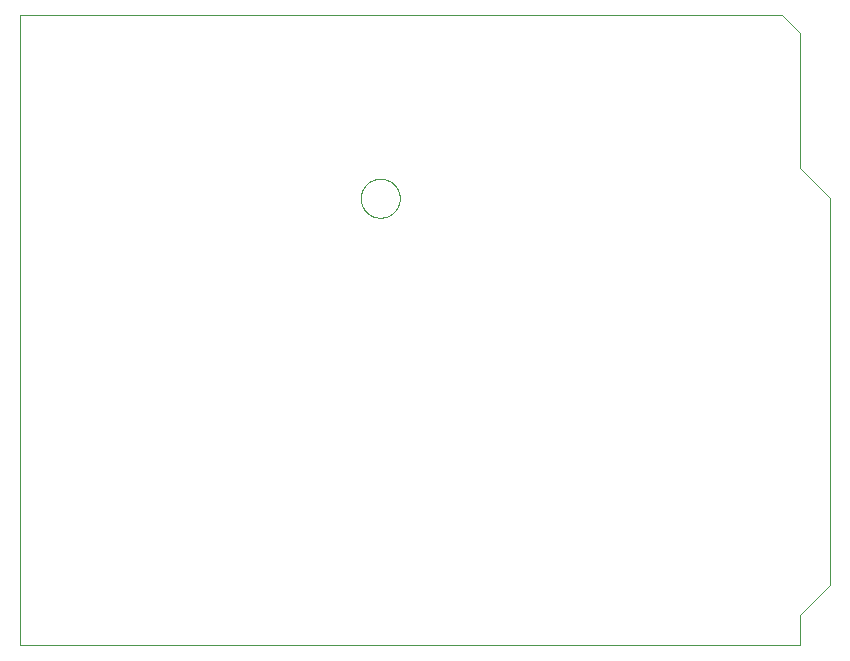
<source format=gbo>
G75*
%MOIN*%
%OFA0B0*%
%FSLAX25Y25*%
%IPPOS*%
%LPD*%
%AMOC8*
5,1,8,0,0,1.08239X$1,22.5*
%
%ADD10C,0.00000*%
D10*
X0005000Y0005000D02*
X0005000Y0215000D01*
X0259000Y0215000D01*
X0265000Y0209000D01*
X0265000Y0164000D01*
X0275000Y0154000D01*
X0275000Y0025000D01*
X0265000Y0015000D01*
X0265000Y0005000D01*
X0005000Y0005000D01*
X0118500Y0154000D02*
X0118502Y0154161D01*
X0118508Y0154321D01*
X0118518Y0154482D01*
X0118532Y0154642D01*
X0118550Y0154802D01*
X0118571Y0154961D01*
X0118597Y0155120D01*
X0118627Y0155278D01*
X0118660Y0155435D01*
X0118698Y0155592D01*
X0118739Y0155747D01*
X0118784Y0155901D01*
X0118833Y0156054D01*
X0118886Y0156206D01*
X0118942Y0156357D01*
X0119003Y0156506D01*
X0119066Y0156654D01*
X0119134Y0156800D01*
X0119205Y0156944D01*
X0119279Y0157086D01*
X0119357Y0157227D01*
X0119439Y0157365D01*
X0119524Y0157502D01*
X0119612Y0157636D01*
X0119704Y0157768D01*
X0119799Y0157898D01*
X0119897Y0158026D01*
X0119998Y0158151D01*
X0120102Y0158273D01*
X0120209Y0158393D01*
X0120319Y0158510D01*
X0120432Y0158625D01*
X0120548Y0158736D01*
X0120667Y0158845D01*
X0120788Y0158950D01*
X0120912Y0159053D01*
X0121038Y0159153D01*
X0121166Y0159249D01*
X0121297Y0159342D01*
X0121431Y0159432D01*
X0121566Y0159519D01*
X0121704Y0159602D01*
X0121843Y0159682D01*
X0121985Y0159758D01*
X0122128Y0159831D01*
X0122273Y0159900D01*
X0122420Y0159966D01*
X0122568Y0160028D01*
X0122718Y0160086D01*
X0122869Y0160141D01*
X0123022Y0160192D01*
X0123176Y0160239D01*
X0123331Y0160282D01*
X0123487Y0160321D01*
X0123643Y0160357D01*
X0123801Y0160388D01*
X0123959Y0160416D01*
X0124118Y0160440D01*
X0124278Y0160460D01*
X0124438Y0160476D01*
X0124598Y0160488D01*
X0124759Y0160496D01*
X0124920Y0160500D01*
X0125080Y0160500D01*
X0125241Y0160496D01*
X0125402Y0160488D01*
X0125562Y0160476D01*
X0125722Y0160460D01*
X0125882Y0160440D01*
X0126041Y0160416D01*
X0126199Y0160388D01*
X0126357Y0160357D01*
X0126513Y0160321D01*
X0126669Y0160282D01*
X0126824Y0160239D01*
X0126978Y0160192D01*
X0127131Y0160141D01*
X0127282Y0160086D01*
X0127432Y0160028D01*
X0127580Y0159966D01*
X0127727Y0159900D01*
X0127872Y0159831D01*
X0128015Y0159758D01*
X0128157Y0159682D01*
X0128296Y0159602D01*
X0128434Y0159519D01*
X0128569Y0159432D01*
X0128703Y0159342D01*
X0128834Y0159249D01*
X0128962Y0159153D01*
X0129088Y0159053D01*
X0129212Y0158950D01*
X0129333Y0158845D01*
X0129452Y0158736D01*
X0129568Y0158625D01*
X0129681Y0158510D01*
X0129791Y0158393D01*
X0129898Y0158273D01*
X0130002Y0158151D01*
X0130103Y0158026D01*
X0130201Y0157898D01*
X0130296Y0157768D01*
X0130388Y0157636D01*
X0130476Y0157502D01*
X0130561Y0157365D01*
X0130643Y0157227D01*
X0130721Y0157086D01*
X0130795Y0156944D01*
X0130866Y0156800D01*
X0130934Y0156654D01*
X0130997Y0156506D01*
X0131058Y0156357D01*
X0131114Y0156206D01*
X0131167Y0156054D01*
X0131216Y0155901D01*
X0131261Y0155747D01*
X0131302Y0155592D01*
X0131340Y0155435D01*
X0131373Y0155278D01*
X0131403Y0155120D01*
X0131429Y0154961D01*
X0131450Y0154802D01*
X0131468Y0154642D01*
X0131482Y0154482D01*
X0131492Y0154321D01*
X0131498Y0154161D01*
X0131500Y0154000D01*
X0131498Y0153839D01*
X0131492Y0153679D01*
X0131482Y0153518D01*
X0131468Y0153358D01*
X0131450Y0153198D01*
X0131429Y0153039D01*
X0131403Y0152880D01*
X0131373Y0152722D01*
X0131340Y0152565D01*
X0131302Y0152408D01*
X0131261Y0152253D01*
X0131216Y0152099D01*
X0131167Y0151946D01*
X0131114Y0151794D01*
X0131058Y0151643D01*
X0130997Y0151494D01*
X0130934Y0151346D01*
X0130866Y0151200D01*
X0130795Y0151056D01*
X0130721Y0150914D01*
X0130643Y0150773D01*
X0130561Y0150635D01*
X0130476Y0150498D01*
X0130388Y0150364D01*
X0130296Y0150232D01*
X0130201Y0150102D01*
X0130103Y0149974D01*
X0130002Y0149849D01*
X0129898Y0149727D01*
X0129791Y0149607D01*
X0129681Y0149490D01*
X0129568Y0149375D01*
X0129452Y0149264D01*
X0129333Y0149155D01*
X0129212Y0149050D01*
X0129088Y0148947D01*
X0128962Y0148847D01*
X0128834Y0148751D01*
X0128703Y0148658D01*
X0128569Y0148568D01*
X0128434Y0148481D01*
X0128296Y0148398D01*
X0128157Y0148318D01*
X0128015Y0148242D01*
X0127872Y0148169D01*
X0127727Y0148100D01*
X0127580Y0148034D01*
X0127432Y0147972D01*
X0127282Y0147914D01*
X0127131Y0147859D01*
X0126978Y0147808D01*
X0126824Y0147761D01*
X0126669Y0147718D01*
X0126513Y0147679D01*
X0126357Y0147643D01*
X0126199Y0147612D01*
X0126041Y0147584D01*
X0125882Y0147560D01*
X0125722Y0147540D01*
X0125562Y0147524D01*
X0125402Y0147512D01*
X0125241Y0147504D01*
X0125080Y0147500D01*
X0124920Y0147500D01*
X0124759Y0147504D01*
X0124598Y0147512D01*
X0124438Y0147524D01*
X0124278Y0147540D01*
X0124118Y0147560D01*
X0123959Y0147584D01*
X0123801Y0147612D01*
X0123643Y0147643D01*
X0123487Y0147679D01*
X0123331Y0147718D01*
X0123176Y0147761D01*
X0123022Y0147808D01*
X0122869Y0147859D01*
X0122718Y0147914D01*
X0122568Y0147972D01*
X0122420Y0148034D01*
X0122273Y0148100D01*
X0122128Y0148169D01*
X0121985Y0148242D01*
X0121843Y0148318D01*
X0121704Y0148398D01*
X0121566Y0148481D01*
X0121431Y0148568D01*
X0121297Y0148658D01*
X0121166Y0148751D01*
X0121038Y0148847D01*
X0120912Y0148947D01*
X0120788Y0149050D01*
X0120667Y0149155D01*
X0120548Y0149264D01*
X0120432Y0149375D01*
X0120319Y0149490D01*
X0120209Y0149607D01*
X0120102Y0149727D01*
X0119998Y0149849D01*
X0119897Y0149974D01*
X0119799Y0150102D01*
X0119704Y0150232D01*
X0119612Y0150364D01*
X0119524Y0150498D01*
X0119439Y0150635D01*
X0119357Y0150773D01*
X0119279Y0150914D01*
X0119205Y0151056D01*
X0119134Y0151200D01*
X0119066Y0151346D01*
X0119003Y0151494D01*
X0118942Y0151643D01*
X0118886Y0151794D01*
X0118833Y0151946D01*
X0118784Y0152099D01*
X0118739Y0152253D01*
X0118698Y0152408D01*
X0118660Y0152565D01*
X0118627Y0152722D01*
X0118597Y0152880D01*
X0118571Y0153039D01*
X0118550Y0153198D01*
X0118532Y0153358D01*
X0118518Y0153518D01*
X0118508Y0153679D01*
X0118502Y0153839D01*
X0118500Y0154000D01*
M02*

</source>
